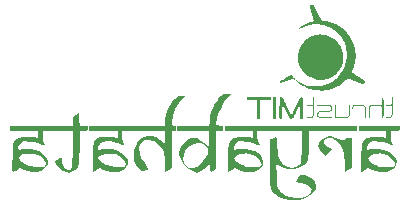
<source format=gbr>
%TF.GenerationSoftware,KiCad,Pcbnew,7.0.7*%
%TF.CreationDate,2024-02-10T01:20:28+05:30*%
%TF.ProjectId,Sensor_Stack,53656e73-6f72-45f5-9374-61636b2e6b69,rev?*%
%TF.SameCoordinates,Original*%
%TF.FileFunction,Legend,Bot*%
%TF.FilePolarity,Positive*%
%FSLAX46Y46*%
G04 Gerber Fmt 4.6, Leading zero omitted, Abs format (unit mm)*
G04 Created by KiCad (PCBNEW 7.0.7) date 2024-02-10 01:20:28*
%MOMM*%
%LPD*%
G01*
G04 APERTURE LIST*
G04 APERTURE END LIST*
%TO.C,G\u002A\u002A\u002A*%
G36*
X136767909Y-77599068D02*
G01*
X137036587Y-77685243D01*
X137271602Y-77766796D01*
X137494774Y-77843710D01*
X137629457Y-77889484D01*
X137714130Y-77897924D01*
X137758672Y-77812958D01*
X137767806Y-77766382D01*
X137853465Y-77709765D01*
X138054021Y-77693590D01*
X138349370Y-77693590D01*
X138349370Y-78983978D01*
X138349370Y-80274365D01*
X138072480Y-80416729D01*
X137795591Y-80559093D01*
X137755838Y-79661662D01*
X137739251Y-79341556D01*
X137707723Y-78990961D01*
X137657333Y-78730255D01*
X137577614Y-78525567D01*
X137458102Y-78343029D01*
X137288330Y-78148773D01*
X137278091Y-78137938D01*
X136963741Y-77871782D01*
X136648004Y-77722227D01*
X136351454Y-77695334D01*
X136094668Y-77797165D01*
X136001844Y-77935820D01*
X136024806Y-78116027D01*
X136156229Y-78305992D01*
X136384036Y-78477329D01*
X136668365Y-78636819D01*
X136408943Y-78919897D01*
X136149521Y-79202975D01*
X135846538Y-78899993D01*
X135697225Y-78737580D01*
X135578011Y-78546547D01*
X135543556Y-78361132D01*
X135565254Y-78219716D01*
X135703945Y-77972750D01*
X135947208Y-77761817D01*
X136267414Y-77615378D01*
X136412189Y-77577821D01*
X136578673Y-77564977D01*
X136767909Y-77599068D01*
G37*
G36*
X141992072Y-80218803D02*
G01*
X141719502Y-80432737D01*
X141339777Y-80582011D01*
X141191002Y-80608225D01*
X140809298Y-80604581D01*
X140406755Y-80524999D01*
X140049064Y-80379773D01*
X139936845Y-80321542D01*
X139766809Y-80258953D01*
X139691666Y-80275131D01*
X139626390Y-80346703D01*
X139479785Y-80447769D01*
X139315124Y-80535676D01*
X139194428Y-80573242D01*
X139184799Y-80546513D01*
X139173374Y-80398763D01*
X139167643Y-80143554D01*
X139168023Y-79805772D01*
X139174609Y-79428765D01*
X139715358Y-79428765D01*
X139715450Y-79432642D01*
X139782311Y-79562408D01*
X139949375Y-79721874D01*
X140181371Y-79885975D01*
X140443027Y-80029645D01*
X140699069Y-80127818D01*
X140869686Y-80163563D01*
X141167518Y-80193631D01*
X141474943Y-80197011D01*
X141740322Y-80173852D01*
X141912015Y-80124304D01*
X141922402Y-80118046D01*
X142026889Y-79991840D01*
X142006000Y-79813749D01*
X141858645Y-79572508D01*
X141805638Y-79508274D01*
X141485760Y-79249942D01*
X141082248Y-79082371D01*
X140633470Y-79022775D01*
X140564933Y-79024067D01*
X140239682Y-79065803D01*
X139969030Y-79156291D01*
X139783936Y-79281842D01*
X139715358Y-79428765D01*
X139174609Y-79428765D01*
X139174931Y-79410305D01*
X139183994Y-79106869D01*
X139208393Y-78651568D01*
X139247985Y-78311788D01*
X139308880Y-78066771D01*
X139397188Y-77895762D01*
X139519018Y-77778006D01*
X139680479Y-77692746D01*
X139741221Y-77670371D01*
X140080614Y-77604678D01*
X140499935Y-77594850D01*
X140952131Y-77642737D01*
X141302858Y-77702639D01*
X141302858Y-77402766D01*
X141302858Y-77102893D01*
X140121463Y-77102893D01*
X138940068Y-77102893D01*
X138940068Y-76881381D01*
X138940068Y-76659869D01*
X140675242Y-76659869D01*
X142410416Y-76659869D01*
X142410416Y-76881381D01*
X142406271Y-76990769D01*
X142368762Y-77068297D01*
X142259779Y-77098053D01*
X142041230Y-77102893D01*
X141672044Y-77102893D01*
X141672044Y-77529487D01*
X141672632Y-77583941D01*
X141707155Y-77909125D01*
X141790331Y-78124959D01*
X141868582Y-78261926D01*
X141850897Y-78326549D01*
X141721917Y-78308040D01*
X141475128Y-78208117D01*
X141354019Y-78159974D01*
X140987456Y-78062721D01*
X140579796Y-78007442D01*
X140525089Y-78003631D01*
X140257921Y-77991331D01*
X140087018Y-78004562D01*
X139968849Y-78051312D01*
X139859883Y-78139572D01*
X139742944Y-78291250D01*
X139678440Y-78520077D01*
X139684678Y-78637454D01*
X139736869Y-78699556D01*
X139881492Y-78675306D01*
X140029908Y-78650888D01*
X140287318Y-78631872D01*
X140576193Y-78627125D01*
X140595246Y-78627450D01*
X141132737Y-78701012D01*
X141589897Y-78897172D01*
X141964148Y-79214838D01*
X142081209Y-79376576D01*
X142181490Y-79671970D01*
X142148923Y-79958963D01*
X142129077Y-79991840D01*
X141992072Y-80218803D01*
G37*
G36*
X126904602Y-80347938D02*
G01*
X126686758Y-80460590D01*
X126672485Y-80467926D01*
X126515453Y-80542549D01*
X126428327Y-80573242D01*
X126416219Y-80558049D01*
X126395809Y-80439201D01*
X126387742Y-80240974D01*
X126384993Y-80141759D01*
X126363521Y-79974727D01*
X126327719Y-79908707D01*
X126305793Y-79916066D01*
X126197253Y-79997352D01*
X126050829Y-80139574D01*
X126018955Y-80172582D01*
X125812425Y-80360008D01*
X125612451Y-80508484D01*
X125572237Y-80533091D01*
X125399950Y-80616953D01*
X125240708Y-80633815D01*
X125047956Y-80580679D01*
X124775140Y-80454545D01*
X124600979Y-80353288D01*
X124249494Y-80054855D01*
X123969044Y-79687243D01*
X123881295Y-79486916D01*
X124104413Y-79486916D01*
X124186142Y-79828025D01*
X124391189Y-80127270D01*
X124405177Y-80140738D01*
X124637206Y-80263464D01*
X124919714Y-80269992D01*
X125226594Y-80168642D01*
X125531739Y-79967729D01*
X125809041Y-79675572D01*
X126030665Y-79358484D01*
X126186024Y-79048862D01*
X126227578Y-78792786D01*
X126157775Y-78571382D01*
X125979068Y-78365774D01*
X125903143Y-78304912D01*
X125582035Y-78156300D01*
X125224402Y-78150025D01*
X124833229Y-78286294D01*
X124531708Y-78493201D01*
X124283938Y-78791424D01*
X124139259Y-79132022D01*
X124104413Y-79486916D01*
X123881295Y-79486916D01*
X123797264Y-79295075D01*
X123761931Y-79042455D01*
X123815180Y-78677618D01*
X123973124Y-78338967D01*
X124213786Y-78050783D01*
X124515188Y-77837343D01*
X124855355Y-77722929D01*
X125212307Y-77731818D01*
X125217285Y-77732970D01*
X125387236Y-77803275D01*
X125621403Y-77936696D01*
X125870663Y-78105361D01*
X126313905Y-78431657D01*
X126313905Y-77767275D01*
X126313905Y-77102893D01*
X124947916Y-77102893D01*
X123581928Y-77102893D01*
X123581928Y-76881381D01*
X123581928Y-76659869D01*
X124938687Y-76659869D01*
X126295445Y-76659869D01*
X126341594Y-76429128D01*
X126372941Y-76227517D01*
X126387742Y-76030801D01*
X126401658Y-75875168D01*
X126485287Y-75536692D01*
X126628155Y-75154967D01*
X126811358Y-74777501D01*
X127015995Y-74451804D01*
X127150647Y-74270992D01*
X127282533Y-74115693D01*
X127395878Y-74035715D01*
X127530023Y-74006060D01*
X127724308Y-74001730D01*
X128101296Y-74001730D01*
X127878131Y-74255901D01*
X127742782Y-74424451D01*
X127488417Y-74816268D01*
X127259650Y-75259599D01*
X127074246Y-75713655D01*
X126949975Y-76137648D01*
X126904602Y-76490789D01*
X126904603Y-76492095D01*
X126923977Y-76600860D01*
X127008839Y-76649006D01*
X127199951Y-76659869D01*
X127263371Y-76660219D01*
X127420434Y-76676205D01*
X127483637Y-76739346D01*
X127495300Y-76881381D01*
X127494834Y-76928946D01*
X127473519Y-77046743D01*
X127389331Y-77094145D01*
X127199951Y-77102893D01*
X126904602Y-77102893D01*
X126904602Y-78725415D01*
X126904602Y-78792786D01*
X126904602Y-80347938D01*
G37*
G36*
X112597474Y-80010724D02*
G01*
X112398022Y-80274038D01*
X112063323Y-80503629D01*
X112000728Y-80531849D01*
X111688673Y-80599030D01*
X111313982Y-80597473D01*
X110929042Y-80530765D01*
X110586244Y-80402493D01*
X110450653Y-80332329D01*
X110272590Y-80244706D01*
X110181479Y-80215369D01*
X110148180Y-80237979D01*
X110143556Y-80306200D01*
X110123976Y-80365721D01*
X110014341Y-80445497D01*
X109931860Y-80471464D01*
X109745835Y-80539712D01*
X109710515Y-80551981D01*
X109668918Y-80547424D01*
X109641859Y-80496301D01*
X109627445Y-80378409D01*
X109623784Y-80173543D01*
X109628983Y-79861499D01*
X109641038Y-79426068D01*
X110161354Y-79426068D01*
X110242906Y-79577262D01*
X110428116Y-79746152D01*
X110692690Y-79912831D01*
X111012335Y-80057392D01*
X111208379Y-80117136D01*
X111542720Y-80177624D01*
X111881147Y-80200560D01*
X112175379Y-80183576D01*
X112377131Y-80124304D01*
X112416784Y-80096385D01*
X112493155Y-79950773D01*
X112457633Y-79762742D01*
X112323924Y-79555487D01*
X112105736Y-79352203D01*
X111816776Y-79176087D01*
X111525274Y-79077186D01*
X111185042Y-79032345D01*
X110842982Y-79042763D01*
X110535172Y-79104323D01*
X110297693Y-79212908D01*
X110166623Y-79364400D01*
X110161354Y-79426068D01*
X109641038Y-79426068D01*
X109641149Y-79422071D01*
X109652243Y-79102210D01*
X109678807Y-78647660D01*
X109719638Y-78308380D01*
X109780735Y-78063810D01*
X109868095Y-77893387D01*
X109987716Y-77776553D01*
X110145595Y-77692746D01*
X110206337Y-77670371D01*
X110545730Y-77604678D01*
X110965051Y-77594850D01*
X111417248Y-77642737D01*
X111767974Y-77702639D01*
X111767974Y-77402766D01*
X111767974Y-77102893D01*
X110586579Y-77102893D01*
X109405184Y-77102893D01*
X109405184Y-76881381D01*
X109405184Y-76659869D01*
X112063323Y-76659869D01*
X114721463Y-76659869D01*
X114721463Y-76293345D01*
X114723332Y-76163370D01*
X114749536Y-75986548D01*
X114831062Y-75865218D01*
X114998352Y-75738365D01*
X115275242Y-75549910D01*
X115296807Y-76104889D01*
X115318372Y-76659869D01*
X115684453Y-76659869D01*
X115862127Y-76662243D01*
X115992297Y-76684517D01*
X116042349Y-76749848D01*
X116050533Y-76881381D01*
X116046387Y-76990769D01*
X116008878Y-77068297D01*
X115899896Y-77098053D01*
X115681347Y-77102893D01*
X115312161Y-77102893D01*
X115312046Y-78487340D01*
X115311465Y-78730836D01*
X115303451Y-79245066D01*
X115281997Y-79639703D01*
X115242023Y-79934711D01*
X115178447Y-80150056D01*
X115086189Y-80305700D01*
X114960167Y-80421610D01*
X114795300Y-80517749D01*
X114759203Y-80535098D01*
X114551270Y-80614045D01*
X114389195Y-80645342D01*
X114217306Y-80619073D01*
X113918450Y-80493614D01*
X113626699Y-80292193D01*
X113392985Y-80045480D01*
X113299985Y-79912892D01*
X113230260Y-79770767D01*
X113253779Y-79663968D01*
X113383496Y-79558718D01*
X113632364Y-79421241D01*
X113773118Y-79355665D01*
X113826981Y-79381482D01*
X113835828Y-79519165D01*
X113870473Y-79868279D01*
X113984838Y-80168716D01*
X114170515Y-80359062D01*
X114418662Y-80425567D01*
X114460844Y-80423268D01*
X114546687Y-80393128D01*
X114611688Y-80314871D01*
X114658629Y-80171913D01*
X114690293Y-79947671D01*
X114709465Y-79625561D01*
X114718927Y-79189002D01*
X114721463Y-78621410D01*
X114721463Y-77102893D01*
X113466230Y-77102893D01*
X112210998Y-77102893D01*
X112210998Y-77546918D01*
X112219299Y-77746428D01*
X112251806Y-77984336D01*
X112300499Y-78134257D01*
X112355014Y-78245089D01*
X112331791Y-78314239D01*
X112196922Y-78299911D01*
X111944559Y-78203238D01*
X111766252Y-78138938D01*
X111421916Y-78056017D01*
X111066521Y-78008968D01*
X110817362Y-77996092D01*
X110616674Y-78005124D01*
X110475501Y-78048405D01*
X110346608Y-78134151D01*
X110206476Y-78285133D01*
X110143556Y-78514505D01*
X110143965Y-78571565D01*
X110162751Y-78680149D01*
X110240800Y-78706526D01*
X110420445Y-78675279D01*
X110567185Y-78648416D01*
X111112826Y-78623007D01*
X111621995Y-78713491D01*
X112069278Y-78913043D01*
X112429264Y-79214838D01*
X112577577Y-79428907D01*
X112658413Y-79725182D01*
X112610268Y-79950773D01*
X112597474Y-80010724D01*
G37*
G36*
X119397894Y-79920214D02*
G01*
X119250773Y-80184193D01*
X118988274Y-80405619D01*
X118626003Y-80565532D01*
X118490583Y-80596157D01*
X118101007Y-80608756D01*
X117680717Y-80537632D01*
X117288616Y-80390496D01*
X117072607Y-80291015D01*
X116947022Y-80265383D01*
X116882511Y-80308247D01*
X116868336Y-80328132D01*
X116747386Y-80433435D01*
X116587249Y-80530572D01*
X116461491Y-80573242D01*
X116453945Y-80554967D01*
X116440410Y-80420510D01*
X116429555Y-80176751D01*
X116422338Y-79849187D01*
X116419719Y-79463312D01*
X116419772Y-79406092D01*
X116420117Y-79383299D01*
X116878423Y-79383299D01*
X116926028Y-79507209D01*
X117078220Y-79666285D01*
X117308495Y-79837180D01*
X117590348Y-79996547D01*
X117682088Y-80035747D01*
X117971012Y-80118266D01*
X118302866Y-80172809D01*
X118631681Y-80195352D01*
X118911488Y-80181873D01*
X119096318Y-80128349D01*
X119174166Y-80045549D01*
X119225533Y-79876711D01*
X119201834Y-79779250D01*
X119076065Y-79589583D01*
X118873164Y-79390905D01*
X118628586Y-79215825D01*
X118377781Y-79096952D01*
X118140714Y-79047119D01*
X117824457Y-79036610D01*
X117502174Y-79070827D01*
X117212053Y-79142759D01*
X116992284Y-79245395D01*
X116881055Y-79371724D01*
X116878423Y-79383299D01*
X116420117Y-79383299D01*
X116427562Y-78891018D01*
X116452043Y-78499280D01*
X116498206Y-78209079D01*
X116571045Y-77998613D01*
X116675550Y-77846083D01*
X116816715Y-77729687D01*
X117013633Y-77650365D01*
X117339094Y-77601624D01*
X117737787Y-77599127D01*
X118173352Y-77645141D01*
X118560998Y-77707448D01*
X118560998Y-77405170D01*
X118560998Y-77102893D01*
X117342684Y-77102893D01*
X116124370Y-77102893D01*
X116124370Y-76881381D01*
X116124370Y-76659869D01*
X119336288Y-76659869D01*
X122548207Y-76659869D01*
X122548207Y-76377922D01*
X122554980Y-76228208D01*
X122644451Y-75753457D01*
X122820714Y-75259307D01*
X123061942Y-74799130D01*
X123346311Y-74426294D01*
X123379058Y-74392528D01*
X123555319Y-74237231D01*
X123719432Y-74166304D01*
X123936023Y-74149404D01*
X124260148Y-74149404D01*
X123930212Y-74516372D01*
X123732142Y-74760290D01*
X123416001Y-75291435D01*
X123214023Y-75856292D01*
X123140710Y-76419898D01*
X123146370Y-76546015D01*
X123195545Y-76638787D01*
X123323498Y-76659869D01*
X123403770Y-76665159D01*
X123488223Y-76723073D01*
X123508091Y-76881381D01*
X123503682Y-76977708D01*
X123455421Y-77079052D01*
X123323498Y-77102893D01*
X123138905Y-77102893D01*
X123138905Y-78688892D01*
X123138905Y-80274891D01*
X122849868Y-80422347D01*
X122560830Y-80569803D01*
X122536059Y-79735119D01*
X122533109Y-79639149D01*
X122518482Y-79295657D01*
X122495853Y-79055466D01*
X122457987Y-78882405D01*
X122397650Y-78740304D01*
X122307606Y-78592992D01*
X122287243Y-78562927D01*
X121966435Y-78212071D01*
X121576851Y-77970888D01*
X121148242Y-77858233D01*
X121074577Y-77851724D01*
X120870687Y-77850808D01*
X120734254Y-77900632D01*
X120604045Y-78019322D01*
X120444130Y-78261014D01*
X120359688Y-78613625D01*
X120395988Y-79010395D01*
X120550768Y-79432207D01*
X120821767Y-79859946D01*
X120903579Y-79966312D01*
X121036413Y-80149911D01*
X121092689Y-80261953D01*
X121083802Y-80332921D01*
X121021147Y-80393294D01*
X120978957Y-80424475D01*
X120768792Y-80534536D01*
X120590031Y-80520584D01*
X120399811Y-80381830D01*
X120122126Y-80028875D01*
X119953042Y-79621325D01*
X119891805Y-79188996D01*
X119932954Y-78757211D01*
X120071029Y-78351295D01*
X120300568Y-77996571D01*
X120616112Y-77718362D01*
X121012198Y-77541992D01*
X121094229Y-77522578D01*
X121450359Y-77509616D01*
X121796680Y-77625293D01*
X122157179Y-77876617D01*
X122280142Y-77978843D01*
X122428696Y-78092438D01*
X122504567Y-78136614D01*
X122506300Y-78136208D01*
X122527479Y-78059123D01*
X122542499Y-77874520D01*
X122548207Y-77619753D01*
X122548207Y-77102893D01*
X120739195Y-77102893D01*
X118930184Y-77102893D01*
X118930184Y-77546918D01*
X118938485Y-77746428D01*
X118970992Y-77984336D01*
X119019685Y-78134257D01*
X119036790Y-78162576D01*
X119079440Y-78273336D01*
X119027884Y-78311261D01*
X118870100Y-78277444D01*
X118594068Y-78172980D01*
X118391655Y-78099262D01*
X117977183Y-78003467D01*
X117592977Y-77983316D01*
X117271192Y-78038866D01*
X117043979Y-78170176D01*
X117037528Y-78176746D01*
X116913863Y-78358000D01*
X116862742Y-78540235D01*
X116864077Y-78604575D01*
X116890229Y-78684964D01*
X116981047Y-78702072D01*
X117176550Y-78672806D01*
X117513852Y-78631856D01*
X118011186Y-78638739D01*
X118444029Y-78725245D01*
X118599167Y-78792343D01*
X118865898Y-78964195D01*
X119116079Y-79182260D01*
X119310523Y-79410525D01*
X119410042Y-79612979D01*
X119414032Y-79632643D01*
X119400335Y-79876711D01*
X119397894Y-79920214D01*
G37*
G36*
X130710538Y-80207538D02*
G01*
X130456469Y-80412656D01*
X130095950Y-80550564D01*
X129634024Y-80601987D01*
X129599720Y-80602000D01*
X129289677Y-80584765D01*
X129043496Y-80523235D01*
X128786335Y-80399535D01*
X128638668Y-80323508D01*
X128468991Y-80261611D01*
X128394573Y-80275131D01*
X128329297Y-80346703D01*
X128182692Y-80447769D01*
X128018031Y-80535676D01*
X127897335Y-80573242D01*
X127887706Y-80546513D01*
X127876281Y-80398763D01*
X127870550Y-80143554D01*
X127870930Y-79805772D01*
X127877516Y-79428765D01*
X128418265Y-79428765D01*
X128418357Y-79432642D01*
X128485218Y-79562408D01*
X128652282Y-79721874D01*
X128884278Y-79885975D01*
X129145934Y-80029645D01*
X129401975Y-80127818D01*
X129572593Y-80163563D01*
X129870425Y-80193631D01*
X130177850Y-80197011D01*
X130443229Y-80173852D01*
X130614922Y-80124304D01*
X130625309Y-80118046D01*
X130729796Y-79991840D01*
X130708907Y-79813749D01*
X130561552Y-79572508D01*
X130508545Y-79508274D01*
X130188667Y-79249942D01*
X129785155Y-79082371D01*
X129336377Y-79022775D01*
X129267840Y-79024067D01*
X128942588Y-79065803D01*
X128671937Y-79156291D01*
X128486843Y-79281842D01*
X128418265Y-79428765D01*
X127877516Y-79428765D01*
X127877838Y-79410305D01*
X127886901Y-79106869D01*
X127911300Y-78651568D01*
X127950892Y-78311788D01*
X128011787Y-78066771D01*
X128100095Y-77895762D01*
X128221925Y-77778006D01*
X128383386Y-77692746D01*
X128444128Y-77670371D01*
X128783521Y-77604678D01*
X129202842Y-77594850D01*
X129655038Y-77642737D01*
X130005765Y-77702639D01*
X130005765Y-77402766D01*
X130005765Y-77102893D01*
X128824370Y-77102893D01*
X127642974Y-77102893D01*
X127642974Y-76881381D01*
X127642974Y-76659869D01*
X133217684Y-76659869D01*
X138792393Y-76659869D01*
X138792393Y-76881381D01*
X138792393Y-77102893D01*
X136761870Y-77102893D01*
X134731347Y-77102893D01*
X134731347Y-78251036D01*
X134729770Y-78601796D01*
X134718695Y-79011595D01*
X134691477Y-79316813D01*
X134641714Y-79543060D01*
X134563003Y-79715948D01*
X134448943Y-79861086D01*
X134293131Y-80004087D01*
X134186809Y-80080674D01*
X133838637Y-80230684D01*
X133424528Y-80307424D01*
X132990463Y-80309170D01*
X132582424Y-80234200D01*
X132246392Y-80080791D01*
X131987866Y-79905350D01*
X132012077Y-80891416D01*
X132013276Y-80939965D01*
X132024505Y-81327156D01*
X132039398Y-81600170D01*
X132063632Y-81789297D01*
X132102886Y-81924830D01*
X132162835Y-82037058D01*
X132249159Y-82156272D01*
X132484162Y-82391721D01*
X132829105Y-82598398D01*
X133223384Y-82731633D01*
X133638090Y-82790330D01*
X134044315Y-82773390D01*
X134413153Y-82679717D01*
X134715694Y-82508213D01*
X134923033Y-82257781D01*
X134935361Y-82232294D01*
X134962912Y-82023974D01*
X134846046Y-81841738D01*
X134584389Y-81685235D01*
X134177568Y-81554111D01*
X134149486Y-81547157D01*
X133898471Y-81483914D01*
X133714872Y-81435768D01*
X133636717Y-81412665D01*
X133641821Y-81386971D01*
X133704538Y-81269242D01*
X133816416Y-81091205D01*
X133899983Y-80968825D01*
X134008307Y-80849138D01*
X134119694Y-80812499D01*
X134283430Y-80831499D01*
X134432263Y-80866014D01*
X134781112Y-81010372D01*
X135063815Y-81216877D01*
X135260583Y-81463395D01*
X135351629Y-81727790D01*
X135317166Y-81987926D01*
X135171795Y-82245854D01*
X134859260Y-82557060D01*
X134436754Y-82791736D01*
X133919137Y-82939765D01*
X133687196Y-82970271D01*
X133161001Y-82964918D01*
X132648495Y-82867274D01*
X132189575Y-82686980D01*
X131824142Y-82433672D01*
X131822192Y-82431841D01*
X131704579Y-82314456D01*
X131611626Y-82196037D01*
X131540442Y-82058254D01*
X131488138Y-81882778D01*
X131451824Y-81651280D01*
X131428611Y-81345432D01*
X131415607Y-80946904D01*
X131409924Y-80437368D01*
X131408672Y-79798495D01*
X131408672Y-77837610D01*
X131574806Y-77775460D01*
X131606374Y-77763579D01*
X131816696Y-77684486D01*
X131952354Y-77652174D01*
X132029591Y-77686794D01*
X132064651Y-77808494D01*
X132073775Y-78037425D01*
X132073207Y-78393735D01*
X132080644Y-78779524D01*
X132113858Y-79123457D01*
X132183051Y-79387962D01*
X132298252Y-79609223D01*
X132469489Y-79823426D01*
X132627048Y-79966952D01*
X132945471Y-80139562D01*
X133288451Y-80210527D01*
X133618108Y-80174470D01*
X133896561Y-80026012D01*
X134103730Y-79847968D01*
X134126756Y-78475430D01*
X134149781Y-77102893D01*
X132262366Y-77102893D01*
X130374951Y-77102893D01*
X130374951Y-77529487D01*
X130375539Y-77583941D01*
X130410062Y-77909125D01*
X130493238Y-78124959D01*
X130571489Y-78261926D01*
X130553804Y-78326549D01*
X130424824Y-78308040D01*
X130178035Y-78208117D01*
X130056926Y-78159974D01*
X129690363Y-78062721D01*
X129282703Y-78007442D01*
X129227996Y-78003631D01*
X128960828Y-77991331D01*
X128789925Y-78004562D01*
X128671756Y-78051312D01*
X128562790Y-78139572D01*
X128445851Y-78291250D01*
X128381347Y-78520077D01*
X128387585Y-78637454D01*
X128439776Y-78699556D01*
X128584399Y-78675306D01*
X128633288Y-78663294D01*
X128991760Y-78621831D01*
X129399440Y-78633569D01*
X129792353Y-78693424D01*
X130106524Y-78796309D01*
X130207600Y-78848391D01*
X130561437Y-79100448D01*
X130783606Y-79381665D01*
X130879150Y-79672769D01*
X130853113Y-79954485D01*
X130832066Y-79991840D01*
X130710538Y-80207538D01*
G37*
G36*
X131983174Y-75155909D02*
G01*
X131983166Y-75193788D01*
X131982953Y-75349940D01*
X131982469Y-75497033D01*
X131981742Y-75632634D01*
X131980796Y-75754310D01*
X131979656Y-75859627D01*
X131978347Y-75946153D01*
X131976896Y-76011456D01*
X131975328Y-76053100D01*
X131973667Y-76068655D01*
X131970677Y-76070156D01*
X131945245Y-76074242D01*
X131901011Y-76077092D01*
X131845312Y-76078163D01*
X131726465Y-76078163D01*
X131726465Y-75165417D01*
X131726465Y-74252672D01*
X131854820Y-74252672D01*
X131983174Y-74252672D01*
X131983174Y-75155909D01*
G37*
G36*
X130121825Y-74252273D02*
G01*
X130290942Y-74252529D01*
X130486662Y-74252672D01*
X131484017Y-74252672D01*
X131484017Y-74388157D01*
X131484017Y-74523643D01*
X131059019Y-74523643D01*
X131005268Y-74523693D01*
X130883048Y-74524320D01*
X130786535Y-74525728D01*
X130713698Y-74527998D01*
X130662503Y-74531207D01*
X130630917Y-74535433D01*
X130616908Y-74540757D01*
X130613109Y-74551087D01*
X130609686Y-74576679D01*
X130606839Y-74619001D01*
X130604532Y-74679737D01*
X130602728Y-74760572D01*
X130601389Y-74863191D01*
X130600478Y-74989278D01*
X130599959Y-75140517D01*
X130599794Y-75318594D01*
X130599794Y-76079316D01*
X130482136Y-76075174D01*
X130364477Y-76071032D01*
X130357036Y-75300903D01*
X130356260Y-75222353D01*
X130354781Y-75081382D01*
X130353298Y-74950632D01*
X130351847Y-74832720D01*
X130350464Y-74730258D01*
X130349186Y-74645862D01*
X130348048Y-74582146D01*
X130347088Y-74541723D01*
X130346340Y-74527208D01*
X130344307Y-74526886D01*
X130320600Y-74526017D01*
X130273135Y-74525240D01*
X130205437Y-74524585D01*
X130121030Y-74524081D01*
X130023442Y-74523757D01*
X129916196Y-74523643D01*
X129842868Y-74523735D01*
X129733778Y-74523982D01*
X129648590Y-74523577D01*
X129584357Y-74521630D01*
X129538135Y-74517250D01*
X129506975Y-74509546D01*
X129487932Y-74497629D01*
X129478060Y-74480607D01*
X129474411Y-74457591D01*
X129474040Y-74427690D01*
X129474000Y-74390014D01*
X129473751Y-74382483D01*
X129471757Y-74357011D01*
X129469521Y-74335068D01*
X129468961Y-74316392D01*
X129471995Y-74300725D01*
X129480540Y-74287805D01*
X129496513Y-74277373D01*
X129521832Y-74269169D01*
X129558415Y-74262933D01*
X129608179Y-74258404D01*
X129673041Y-74255323D01*
X129754920Y-74253429D01*
X129855731Y-74252463D01*
X129977394Y-74252164D01*
X130121825Y-74252273D01*
G37*
G36*
X139042692Y-74883512D02*
G01*
X139100932Y-74884874D01*
X139194839Y-74888036D01*
X139266902Y-74892658D01*
X139321533Y-74899668D01*
X139363144Y-74909997D01*
X139396145Y-74924575D01*
X139424948Y-74944331D01*
X139453964Y-74970194D01*
X139459929Y-74975901D01*
X139485861Y-75001594D01*
X139506654Y-75025891D01*
X139522877Y-75052116D01*
X139535097Y-75083594D01*
X139543881Y-75123648D01*
X139549796Y-75175604D01*
X139553410Y-75242786D01*
X139555289Y-75328518D01*
X139556000Y-75436124D01*
X139556111Y-75568929D01*
X139556039Y-75624177D01*
X139555473Y-75730294D01*
X139554407Y-75825419D01*
X139552915Y-75906045D01*
X139551068Y-75968666D01*
X139548940Y-76009777D01*
X139546603Y-76025870D01*
X139543716Y-76028563D01*
X139526025Y-76034224D01*
X139499064Y-76021436D01*
X139498451Y-76021020D01*
X139492464Y-76012802D01*
X139487532Y-75995790D01*
X139483485Y-75967167D01*
X139480153Y-75924114D01*
X139477363Y-75863812D01*
X139474945Y-75783443D01*
X139472728Y-75680188D01*
X139470541Y-75551229D01*
X139463410Y-75094528D01*
X139409716Y-75040837D01*
X139356022Y-74987147D01*
X138992598Y-74982895D01*
X138977303Y-74982720D01*
X138865271Y-74981720D01*
X138777741Y-74981658D01*
X138711133Y-74982689D01*
X138661866Y-74984970D01*
X138626359Y-74988658D01*
X138601032Y-74993911D01*
X138582304Y-75000885D01*
X138569408Y-75008247D01*
X138530846Y-75041808D01*
X138494887Y-75086660D01*
X138468327Y-75133413D01*
X138457964Y-75172677D01*
X138453988Y-75195779D01*
X138437443Y-75230434D01*
X138427526Y-75242957D01*
X138412733Y-75249968D01*
X138393144Y-75234702D01*
X138379544Y-75211176D01*
X138376651Y-75165778D01*
X138389812Y-75110694D01*
X138416700Y-75052030D01*
X138454985Y-74995893D01*
X138502339Y-74948388D01*
X138530848Y-74929382D01*
X138574138Y-74911067D01*
X138630027Y-74897526D01*
X138701672Y-74888378D01*
X138792227Y-74883246D01*
X138904848Y-74881750D01*
X139042692Y-74883512D01*
G37*
G36*
X135149692Y-74241799D02*
G01*
X135169128Y-74260969D01*
X135169677Y-74263890D01*
X135171300Y-74290794D01*
X135172785Y-74342560D01*
X135174103Y-74416424D01*
X135175224Y-74509620D01*
X135176119Y-74619381D01*
X135176760Y-74742942D01*
X135177116Y-74877538D01*
X135177158Y-75020402D01*
X135176889Y-75177965D01*
X135176259Y-75330105D01*
X135175235Y-75457401D01*
X135173772Y-75561798D01*
X135171823Y-75645246D01*
X135169341Y-75709691D01*
X135166280Y-75757079D01*
X135162591Y-75789359D01*
X135158230Y-75808478D01*
X135121314Y-75881806D01*
X135060469Y-75952003D01*
X134985426Y-76001812D01*
X134982324Y-76003246D01*
X134941653Y-76019354D01*
X134899772Y-76029088D01*
X134847601Y-76033900D01*
X134776059Y-76035239D01*
X134757563Y-76035223D01*
X134686816Y-76033981D01*
X134639314Y-76030051D01*
X134610734Y-76022411D01*
X134596756Y-76010038D01*
X134593056Y-75991909D01*
X134593905Y-75979351D01*
X134600369Y-75965556D01*
X134617116Y-75956131D01*
X134648702Y-75949806D01*
X134699687Y-75945314D01*
X134774628Y-75941385D01*
X134824824Y-75938749D01*
X134881901Y-75933866D01*
X134922260Y-75926635D01*
X134953018Y-75915609D01*
X134981289Y-75899339D01*
X134996145Y-75889406D01*
X135022020Y-75870073D01*
X135042320Y-75849306D01*
X135057721Y-75823718D01*
X135068898Y-75789924D01*
X135076527Y-75744537D01*
X135081284Y-75684171D01*
X135083845Y-75605441D01*
X135084887Y-75504960D01*
X135085083Y-75379342D01*
X135085083Y-74987147D01*
X134851289Y-74980016D01*
X134770115Y-74977251D01*
X134703820Y-74973991D01*
X134658058Y-74970002D01*
X134628635Y-74964749D01*
X134611357Y-74957699D01*
X134602030Y-74948320D01*
X134595173Y-74933397D01*
X134600508Y-74910444D01*
X134608226Y-74907526D01*
X134640985Y-74902308D01*
X134693993Y-74897164D01*
X134762045Y-74892561D01*
X134839938Y-74888964D01*
X134886790Y-74887098D01*
X134959413Y-74883486D01*
X135019084Y-74879614D01*
X135060615Y-74875838D01*
X135078821Y-74872517D01*
X135079260Y-74872107D01*
X135083457Y-74853128D01*
X135087026Y-74809914D01*
X135089792Y-74746367D01*
X135091579Y-74666390D01*
X135092214Y-74573884D01*
X135092231Y-74555792D01*
X135092797Y-74467868D01*
X135094074Y-74389742D01*
X135095932Y-74326097D01*
X135098240Y-74281612D01*
X135100871Y-74260969D01*
X135101902Y-74258564D01*
X135122572Y-74240997D01*
X135149692Y-74241799D01*
G37*
G36*
X141795621Y-74241799D02*
G01*
X141815057Y-74260969D01*
X141815551Y-74263441D01*
X141817203Y-74289444D01*
X141818739Y-74340390D01*
X141820126Y-74413501D01*
X141821332Y-74505999D01*
X141822326Y-74615106D01*
X141823076Y-74738043D01*
X141823549Y-74872033D01*
X141823713Y-75014296D01*
X141823673Y-75177154D01*
X141823397Y-75324417D01*
X141822650Y-75447967D01*
X141821201Y-75550282D01*
X141818816Y-75633836D01*
X141815261Y-75701105D01*
X141810305Y-75754566D01*
X141803713Y-75796694D01*
X141795253Y-75829966D01*
X141784691Y-75856856D01*
X141771795Y-75879841D01*
X141756331Y-75901397D01*
X141738067Y-75924000D01*
X141728563Y-75934667D01*
X141683533Y-75974250D01*
X141635068Y-76005194D01*
X141616228Y-76013827D01*
X141583024Y-76024715D01*
X141542924Y-76031281D01*
X141488729Y-76034505D01*
X141413243Y-76035367D01*
X141354199Y-76035013D01*
X141301898Y-76033190D01*
X141269273Y-76029205D01*
X141251412Y-76022382D01*
X141243399Y-76012047D01*
X141239549Y-76000133D01*
X141239509Y-75976670D01*
X141255190Y-75959799D01*
X141289785Y-75948201D01*
X141346487Y-75940557D01*
X141428489Y-75935546D01*
X141494966Y-75931799D01*
X141563500Y-75923703D01*
X141613304Y-75909720D01*
X141649971Y-75887249D01*
X141679098Y-75853690D01*
X141706281Y-75806441D01*
X141713043Y-75792865D01*
X141721244Y-75773520D01*
X141727394Y-75751936D01*
X141731736Y-75724359D01*
X141734511Y-75687035D01*
X141735962Y-75636207D01*
X141736334Y-75568123D01*
X141735867Y-75479027D01*
X141734804Y-75365165D01*
X141731013Y-74987147D01*
X141497218Y-74980016D01*
X141416045Y-74977251D01*
X141349750Y-74973991D01*
X141303987Y-74970002D01*
X141274564Y-74964749D01*
X141257287Y-74957699D01*
X141247959Y-74948320D01*
X141244447Y-74942356D01*
X141238461Y-74922604D01*
X141246929Y-74907971D01*
X141272660Y-74897702D01*
X141318459Y-74891042D01*
X141387135Y-74887237D01*
X141481495Y-74885531D01*
X141515367Y-74885143D01*
X141588543Y-74883562D01*
X141650157Y-74881227D01*
X141694555Y-74878385D01*
X141716085Y-74875283D01*
X141720870Y-74872283D01*
X141727244Y-74861268D01*
X141731869Y-74839622D01*
X141735009Y-74803767D01*
X141736926Y-74750126D01*
X141737883Y-74675121D01*
X141738144Y-74575173D01*
X141738162Y-74555969D01*
X141738735Y-74467935D01*
X141740014Y-74389750D01*
X141741870Y-74326081D01*
X141744175Y-74281598D01*
X141746800Y-74260969D01*
X141747832Y-74258564D01*
X141768501Y-74240997D01*
X141795621Y-74241799D01*
G37*
G36*
X138166060Y-74897074D02*
G01*
X138188631Y-74910870D01*
X138189083Y-74911859D01*
X138192217Y-74934304D01*
X138195045Y-74980914D01*
X138197453Y-75047861D01*
X138199329Y-75131319D01*
X138200561Y-75227460D01*
X138201036Y-75332457D01*
X138201046Y-75384430D01*
X138200829Y-75493002D01*
X138200086Y-75578355D01*
X138198587Y-75644253D01*
X138196105Y-75694461D01*
X138192409Y-75732743D01*
X138187270Y-75762863D01*
X138180460Y-75788584D01*
X138171749Y-75813672D01*
X138137189Y-75883912D01*
X138075107Y-75957015D01*
X137994777Y-76008693D01*
X137978914Y-76015129D01*
X137958254Y-76021024D01*
X137931569Y-76025627D01*
X137895646Y-76029098D01*
X137847270Y-76031596D01*
X137783228Y-76033282D01*
X137700305Y-76034315D01*
X137595287Y-76034856D01*
X137464960Y-76035065D01*
X137356079Y-76035010D01*
X137243778Y-76034514D01*
X137155235Y-76033446D01*
X137087805Y-76031701D01*
X137038844Y-76029176D01*
X137005707Y-76025767D01*
X136985749Y-76021371D01*
X136976327Y-76015883D01*
X136971920Y-76001107D01*
X136968369Y-75966665D01*
X136965746Y-75911185D01*
X136964020Y-75833171D01*
X136963156Y-75731130D01*
X136963121Y-75603565D01*
X136963885Y-75448983D01*
X136964407Y-75373467D01*
X136965373Y-75247947D01*
X136966411Y-75146917D01*
X136967680Y-75067722D01*
X136969334Y-75007704D01*
X136971532Y-74964208D01*
X136974430Y-74934577D01*
X136978183Y-74916155D01*
X136982949Y-74906285D01*
X136988884Y-74902311D01*
X136996145Y-74901577D01*
X136996235Y-74901577D01*
X137003797Y-74902385D01*
X137009912Y-74906652D01*
X137014762Y-74917164D01*
X137018525Y-74936704D01*
X137021384Y-74968057D01*
X137023519Y-75014009D01*
X137025109Y-75077345D01*
X137026336Y-75160848D01*
X137027379Y-75267305D01*
X137028421Y-75399499D01*
X137028462Y-75404885D01*
X137030061Y-75558154D01*
X137032294Y-75683480D01*
X137035183Y-75781420D01*
X137038749Y-75852530D01*
X137043012Y-75897366D01*
X137047994Y-75916484D01*
X137049262Y-75917477D01*
X137072129Y-75922688D01*
X137118507Y-75927109D01*
X137184141Y-75930726D01*
X137264775Y-75933525D01*
X137356153Y-75935491D01*
X137454021Y-75936610D01*
X137554121Y-75936868D01*
X137652200Y-75936252D01*
X137744000Y-75934745D01*
X137825267Y-75932336D01*
X137891744Y-75929008D01*
X137939177Y-75924748D01*
X137963309Y-75919542D01*
X137974838Y-75913067D01*
X138021660Y-75877871D01*
X138064233Y-75834326D01*
X138091899Y-75792930D01*
X138094872Y-75782050D01*
X138100030Y-75740873D01*
X138104741Y-75673522D01*
X138108928Y-75581514D01*
X138112514Y-75466369D01*
X138115421Y-75329604D01*
X138117496Y-75213994D01*
X138119546Y-75116335D01*
X138121680Y-75041308D01*
X138124135Y-74985885D01*
X138127153Y-74947035D01*
X138130972Y-74921730D01*
X138135831Y-74906940D01*
X138141970Y-74899635D01*
X138149629Y-74896786D01*
X138166060Y-74897074D01*
G37*
G36*
X135934260Y-68956132D02*
G01*
X136158743Y-68994358D01*
X136378082Y-69059359D01*
X136589688Y-69151033D01*
X136717737Y-69222401D01*
X136903543Y-69350916D01*
X137073241Y-69499534D01*
X137224518Y-69665610D01*
X137355057Y-69846497D01*
X137462545Y-70039553D01*
X137544666Y-70242131D01*
X137560705Y-70292442D01*
X137611007Y-70496946D01*
X137637292Y-70704432D01*
X137640642Y-70922576D01*
X137637262Y-70998725D01*
X137627127Y-71121461D01*
X137610300Y-71232763D01*
X137584950Y-71343494D01*
X137549244Y-71464519D01*
X137534845Y-71506082D01*
X137498046Y-71597207D01*
X137452594Y-71696630D01*
X137402842Y-71795489D01*
X137353140Y-71884924D01*
X137307841Y-71956073D01*
X137289207Y-71980553D01*
X137251864Y-72025073D01*
X137204434Y-72078482D01*
X137150551Y-72137009D01*
X137093847Y-72196882D01*
X137037959Y-72254327D01*
X136986518Y-72305574D01*
X136943159Y-72346849D01*
X136911517Y-72374380D01*
X136895225Y-72384395D01*
X136882816Y-72388140D01*
X136859926Y-72406671D01*
X136833036Y-72432379D01*
X136777975Y-72471903D01*
X136704599Y-72516081D01*
X136617803Y-72562336D01*
X136522481Y-72608091D01*
X136423531Y-72650768D01*
X136325847Y-72687792D01*
X136322403Y-72688993D01*
X136253226Y-72711675D01*
X136186855Y-72729949D01*
X136115485Y-72745530D01*
X136031309Y-72760130D01*
X135926521Y-72775465D01*
X135923895Y-72775806D01*
X135878909Y-72778579D01*
X135813063Y-72779230D01*
X135733328Y-72778031D01*
X135646676Y-72775254D01*
X135560078Y-72771170D01*
X135480504Y-72766050D01*
X135414926Y-72760167D01*
X135370316Y-72753792D01*
X135286049Y-72734439D01*
X135074810Y-72668101D01*
X134870781Y-72579009D01*
X134679746Y-72469914D01*
X134507487Y-72343564D01*
X134505187Y-72341640D01*
X134465971Y-72306943D01*
X134418581Y-72262415D01*
X134367148Y-72212258D01*
X134315799Y-72160677D01*
X134268662Y-72111875D01*
X134229868Y-72070056D01*
X134203543Y-72039425D01*
X134193818Y-72024184D01*
X134191605Y-72018376D01*
X134176856Y-71992534D01*
X134151319Y-71952132D01*
X134118586Y-71902960D01*
X134089182Y-71858203D01*
X133984905Y-71667817D01*
X133904144Y-71464100D01*
X133847602Y-71250271D01*
X133815980Y-71029548D01*
X133809978Y-70805150D01*
X133830300Y-70580297D01*
X133832339Y-70567124D01*
X133847506Y-70483543D01*
X133866109Y-70399086D01*
X133886292Y-70321032D01*
X133906196Y-70256661D01*
X133923964Y-70213253D01*
X133930810Y-70197888D01*
X133937021Y-70172566D01*
X133938492Y-70165838D01*
X133950350Y-70135946D01*
X133971652Y-70089664D01*
X133999451Y-70032830D01*
X134030798Y-69971285D01*
X134062747Y-69910867D01*
X134092348Y-69857416D01*
X134116654Y-69816770D01*
X134147192Y-69770789D01*
X134280930Y-69600260D01*
X134436709Y-69443665D01*
X134610852Y-69304043D01*
X134799679Y-69184429D01*
X134999514Y-69087860D01*
X135036638Y-69073032D01*
X135255821Y-69003131D01*
X135480211Y-68960415D01*
X135707220Y-68944783D01*
X135934260Y-68956132D01*
G37*
G36*
X136114661Y-74894936D02*
G01*
X136233511Y-74895617D01*
X136329789Y-74897303D01*
X136406513Y-74900499D01*
X136466703Y-74905707D01*
X136513376Y-74913431D01*
X136549549Y-74924176D01*
X136578241Y-74938446D01*
X136602471Y-74956743D01*
X136625255Y-74979572D01*
X136649613Y-75007437D01*
X136655157Y-75014073D01*
X136702355Y-75092037D01*
X136722509Y-75174301D01*
X136715856Y-75257244D01*
X136682634Y-75337243D01*
X136623082Y-75410674D01*
X136610894Y-75421993D01*
X136582575Y-75445208D01*
X136552754Y-75463104D01*
X136517572Y-75476344D01*
X136473170Y-75485588D01*
X136415689Y-75491499D01*
X136341271Y-75494737D01*
X136246055Y-75495963D01*
X136126184Y-75495840D01*
X136069736Y-75495789D01*
X135971519Y-75496603D01*
X135881540Y-75498448D01*
X135804869Y-75501169D01*
X135746577Y-75504608D01*
X135711734Y-75508609D01*
X135679557Y-75516759D01*
X135608747Y-75550239D01*
X135555495Y-75598459D01*
X135521796Y-75656986D01*
X135509647Y-75721385D01*
X135521044Y-75787224D01*
X135557984Y-75850069D01*
X135573115Y-75867819D01*
X135591845Y-75887447D01*
X135611960Y-75903190D01*
X135636474Y-75915496D01*
X135668403Y-75924811D01*
X135710762Y-75931582D01*
X135766568Y-75936256D01*
X135838835Y-75939280D01*
X135930578Y-75941100D01*
X136044814Y-75942164D01*
X136184557Y-75942918D01*
X136285489Y-75943617D01*
X136395282Y-75944877D01*
X136493382Y-75946539D01*
X136576425Y-75948520D01*
X136641043Y-75950738D01*
X136683871Y-75953110D01*
X136701542Y-75955555D01*
X136709534Y-75962236D01*
X136716966Y-75988767D01*
X136700928Y-76018264D01*
X136700703Y-76018477D01*
X136686985Y-76023348D01*
X136656495Y-76027285D01*
X136607275Y-76030355D01*
X136537368Y-76032621D01*
X136444815Y-76034147D01*
X136327660Y-76034999D01*
X136183944Y-76035239D01*
X136164508Y-76035233D01*
X136035464Y-76035138D01*
X135931326Y-76034818D01*
X135848905Y-76034084D01*
X135785012Y-76032749D01*
X135736459Y-76030625D01*
X135700056Y-76027526D01*
X135672616Y-76023264D01*
X135650949Y-76017651D01*
X135631867Y-76010500D01*
X135612182Y-76001622D01*
X135559338Y-75971721D01*
X135492695Y-75912142D01*
X135447908Y-75841856D01*
X135424839Y-75765167D01*
X135423347Y-75686380D01*
X135443296Y-75609801D01*
X135484545Y-75539733D01*
X135546957Y-75480483D01*
X135630392Y-75436354D01*
X135652393Y-75428719D01*
X135679010Y-75421671D01*
X135710385Y-75416401D01*
X135750480Y-75412655D01*
X135803254Y-75410181D01*
X135872669Y-75408726D01*
X135962684Y-75408038D01*
X136077261Y-75407865D01*
X136108079Y-75407846D01*
X136224414Y-75407277D01*
X136315932Y-75405817D01*
X136385635Y-75403323D01*
X136436526Y-75399655D01*
X136471607Y-75394671D01*
X136493880Y-75388229D01*
X136524432Y-75372680D01*
X136581022Y-75325165D01*
X136616571Y-75266222D01*
X136630463Y-75201182D01*
X136622084Y-75135378D01*
X136590818Y-75074140D01*
X136536050Y-75022801D01*
X136482725Y-74987147D01*
X135974194Y-74983071D01*
X135908472Y-74982514D01*
X135783357Y-74981188D01*
X135682888Y-74979622D01*
X135604398Y-74977691D01*
X135545222Y-74975266D01*
X135502694Y-74972223D01*
X135474147Y-74968434D01*
X135456915Y-74963773D01*
X135448332Y-74958114D01*
X135438278Y-74938938D01*
X135448756Y-74915838D01*
X135453610Y-74911801D01*
X135466614Y-74906834D01*
X135489058Y-74902895D01*
X135523668Y-74899877D01*
X135573170Y-74897669D01*
X135640290Y-74896163D01*
X135727754Y-74895248D01*
X135838288Y-74894817D01*
X135974617Y-74894759D01*
X136114661Y-74894936D01*
G37*
G36*
X141018579Y-74243770D02*
G01*
X141038821Y-74265996D01*
X141040440Y-74272662D01*
X141043385Y-74305786D01*
X141045973Y-74362795D01*
X141048204Y-74440606D01*
X141050078Y-74536136D01*
X141051594Y-74646304D01*
X141052754Y-74768025D01*
X141053557Y-74898217D01*
X141054002Y-75033799D01*
X141054091Y-75171686D01*
X141053822Y-75308796D01*
X141053197Y-75442047D01*
X141052214Y-75568356D01*
X141050875Y-75684640D01*
X141049178Y-75787816D01*
X141047124Y-75874802D01*
X141044713Y-75942516D01*
X141041946Y-75987873D01*
X141038821Y-76007792D01*
X141026140Y-76024084D01*
X141003669Y-76035378D01*
X140993371Y-76034011D01*
X140981715Y-76026355D01*
X140972555Y-76009502D01*
X140965601Y-75980691D01*
X140960561Y-75937162D01*
X140957147Y-75876154D01*
X140955068Y-75794908D01*
X140954033Y-75690663D01*
X140953753Y-75560659D01*
X140953751Y-75530238D01*
X140953651Y-75415955D01*
X140953225Y-75326013D01*
X140952236Y-75257020D01*
X140950450Y-75205583D01*
X140947631Y-75168310D01*
X140943544Y-75141807D01*
X140937954Y-75122681D01*
X140930626Y-75107541D01*
X140921325Y-75092992D01*
X140918810Y-75089366D01*
X140882312Y-75047519D01*
X140840776Y-75012444D01*
X140830699Y-75005848D01*
X140815271Y-74997505D01*
X140796836Y-74991184D01*
X140771748Y-74986604D01*
X140736362Y-74983485D01*
X140687034Y-74981547D01*
X140620118Y-74980509D01*
X140531968Y-74980093D01*
X140418941Y-74980016D01*
X140345726Y-74980040D01*
X140248526Y-74980300D01*
X140173957Y-74981076D01*
X140118381Y-74982646D01*
X140078160Y-74985287D01*
X140049657Y-74989276D01*
X140029234Y-74994890D01*
X140013253Y-75002407D01*
X139998077Y-75012105D01*
X139994253Y-75014769D01*
X139953997Y-75048491D01*
X139921094Y-75084422D01*
X139920051Y-75085838D01*
X139911834Y-75098531D01*
X139905256Y-75113794D01*
X139900066Y-75134870D01*
X139896016Y-75165003D01*
X139892856Y-75207438D01*
X139890337Y-75265418D01*
X139888209Y-75342187D01*
X139886223Y-75440989D01*
X139884129Y-75565069D01*
X139882582Y-75650237D01*
X139879437Y-75777686D01*
X139875732Y-75879098D01*
X139871496Y-75953851D01*
X139866760Y-76001325D01*
X139861556Y-76020900D01*
X139850445Y-76027439D01*
X139822336Y-76027189D01*
X139817990Y-76024747D01*
X139812144Y-76016718D01*
X139807590Y-76001033D01*
X139804172Y-75974712D01*
X139801729Y-75934773D01*
X139800105Y-75878235D01*
X139799141Y-75802118D01*
X139798678Y-75703440D01*
X139798559Y-75579221D01*
X139798643Y-75474425D01*
X139799237Y-75362798D01*
X139800800Y-75273686D01*
X139803786Y-75203715D01*
X139808650Y-75149508D01*
X139815847Y-75107690D01*
X139825833Y-75074885D01*
X139839063Y-75047717D01*
X139855991Y-75022810D01*
X139877072Y-74996790D01*
X139882570Y-74990535D01*
X139922695Y-74952781D01*
X139966736Y-74920195D01*
X139974190Y-74915644D01*
X139991277Y-74906558D01*
X140010621Y-74899567D01*
X140035975Y-74894331D01*
X140071091Y-74890515D01*
X140119720Y-74887782D01*
X140185615Y-74885794D01*
X140272529Y-74884216D01*
X140384212Y-74882709D01*
X140391488Y-74882617D01*
X140502845Y-74881376D01*
X140590057Y-74880936D01*
X140657257Y-74881528D01*
X140708578Y-74883384D01*
X140748154Y-74886734D01*
X140780118Y-74891809D01*
X140808602Y-74898842D01*
X140837742Y-74908062D01*
X140882779Y-74921586D01*
X140920658Y-74929685D01*
X140940214Y-74929653D01*
X140941222Y-74928303D01*
X140945348Y-74905861D01*
X140948808Y-74859114D01*
X140951459Y-74791502D01*
X140953155Y-74706462D01*
X140953753Y-74607434D01*
X140953806Y-74565212D01*
X140954684Y-74460341D01*
X140956962Y-74379911D01*
X140961048Y-74320896D01*
X140967352Y-74280266D01*
X140976284Y-74254994D01*
X140988253Y-74242051D01*
X141003669Y-74238410D01*
X141018579Y-74243770D01*
G37*
G36*
X134106290Y-74252724D02*
G01*
X134160497Y-74261161D01*
X134203631Y-74287084D01*
X134243646Y-74321496D01*
X134247632Y-75199830D01*
X134251617Y-76078163D01*
X134130130Y-76078163D01*
X134008642Y-76078163D01*
X134004920Y-75482739D01*
X134004183Y-75368693D01*
X134003234Y-75242907D01*
X134002179Y-75141156D01*
X134000889Y-75060898D01*
X133999231Y-74999590D01*
X133997074Y-74954690D01*
X133994288Y-74923655D01*
X133990742Y-74903942D01*
X133986304Y-74893010D01*
X133980843Y-74888315D01*
X133974229Y-74887315D01*
X133958386Y-74890469D01*
X133935097Y-74908708D01*
X133928243Y-74921719D01*
X133909216Y-74959801D01*
X133881383Y-75016601D01*
X133846765Y-75087901D01*
X133807384Y-75169484D01*
X133765261Y-75257133D01*
X133722418Y-75346632D01*
X133680875Y-75433763D01*
X133642655Y-75514309D01*
X133609778Y-75584053D01*
X133584265Y-75638778D01*
X133568139Y-75674268D01*
X133549665Y-75714930D01*
X133512813Y-75790347D01*
X133473766Y-75864472D01*
X133435964Y-75931109D01*
X133402846Y-75984063D01*
X133377849Y-76017137D01*
X133327550Y-76054363D01*
X133262395Y-76071988D01*
X133194127Y-76063476D01*
X133186766Y-76060870D01*
X133143759Y-76039799D01*
X133111674Y-76015432D01*
X133102059Y-76001798D01*
X133081178Y-75966703D01*
X133053511Y-75917130D01*
X133022007Y-75858708D01*
X132989616Y-75797068D01*
X132959288Y-75737838D01*
X132933973Y-75686648D01*
X132916621Y-75649128D01*
X132910182Y-75630906D01*
X132908140Y-75625546D01*
X132895727Y-75598140D01*
X132873558Y-75550905D01*
X132843376Y-75487515D01*
X132806926Y-75411647D01*
X132765951Y-75326975D01*
X132746957Y-75287812D01*
X132704122Y-75199188D01*
X132664465Y-75116733D01*
X132630315Y-75045315D01*
X132604003Y-74989801D01*
X132587860Y-74955058D01*
X132570137Y-74919540D01*
X132547531Y-74889351D01*
X132525297Y-74880184D01*
X132524770Y-74880185D01*
X132517851Y-74880933D01*
X132512169Y-74884801D01*
X132507601Y-74894329D01*
X132504027Y-74912058D01*
X132501325Y-74940529D01*
X132499372Y-74982281D01*
X132498047Y-75039854D01*
X132497229Y-75115790D01*
X132496795Y-75212629D01*
X132496624Y-75332910D01*
X132496594Y-75479174D01*
X132496594Y-76078163D01*
X132376016Y-76078163D01*
X132255438Y-76078163D01*
X132246871Y-76031813D01*
X132245767Y-76018372D01*
X132244426Y-75977030D01*
X132243331Y-75911843D01*
X132242494Y-75825535D01*
X132241929Y-75720831D01*
X132241650Y-75600455D01*
X132241670Y-75467133D01*
X132242002Y-75323589D01*
X132242659Y-75172548D01*
X132243384Y-75042929D01*
X132244389Y-74888008D01*
X132245474Y-74757673D01*
X132246714Y-74649644D01*
X132248188Y-74561643D01*
X132249971Y-74491391D01*
X132252139Y-74436609D01*
X132254770Y-74395020D01*
X132257939Y-74364344D01*
X132261724Y-74342303D01*
X132266201Y-74326619D01*
X132271445Y-74315012D01*
X132285284Y-74292440D01*
X132310922Y-74267538D01*
X132347008Y-74255686D01*
X132402391Y-74252672D01*
X132433447Y-74255040D01*
X132462925Y-74264831D01*
X132490782Y-74285175D01*
X132519625Y-74319188D01*
X132552065Y-74369987D01*
X132590708Y-74440689D01*
X132638164Y-74534412D01*
X132659996Y-74578536D01*
X132691365Y-74642427D01*
X132716424Y-74694084D01*
X132733030Y-74729079D01*
X132739042Y-74742982D01*
X132744217Y-74755406D01*
X132759883Y-74789696D01*
X132784121Y-74841632D01*
X132814986Y-74907051D01*
X132850536Y-74981792D01*
X132877170Y-75037699D01*
X132918646Y-75125178D01*
X132958208Y-75209063D01*
X132992381Y-75281981D01*
X133017690Y-75336557D01*
X133050573Y-75407261D01*
X133100126Y-75509985D01*
X133143861Y-75595774D01*
X133180511Y-75662271D01*
X133208814Y-75707117D01*
X133227503Y-75727953D01*
X133228722Y-75728673D01*
X133248243Y-75736931D01*
X133266455Y-75735482D01*
X133285447Y-75721574D01*
X133307309Y-75692454D01*
X133334131Y-75645370D01*
X133368004Y-75577571D01*
X133411016Y-75486304D01*
X133460807Y-75379281D01*
X133552576Y-75182822D01*
X133639940Y-74996830D01*
X133721427Y-74824409D01*
X133795570Y-74668664D01*
X133860897Y-74532699D01*
X133915941Y-74419618D01*
X133925786Y-74400038D01*
X133966778Y-74330578D01*
X134007090Y-74285080D01*
X134050392Y-74260220D01*
X134100358Y-74252672D01*
X134106290Y-74252724D01*
G37*
G36*
X135248089Y-66690268D02*
G01*
X135274987Y-66740473D01*
X135321085Y-66826167D01*
X135365841Y-66908989D01*
X135405235Y-66981503D01*
X135435244Y-67036276D01*
X135445593Y-67055071D01*
X135486813Y-67130615D01*
X135531018Y-67212437D01*
X135570265Y-67285855D01*
X135611239Y-67363167D01*
X135669682Y-67473426D01*
X135717162Y-67562282D01*
X135755324Y-67632032D01*
X135785811Y-67684975D01*
X135810267Y-67723406D01*
X135830337Y-67749622D01*
X135847665Y-67765921D01*
X135863895Y-67774600D01*
X135880670Y-67777955D01*
X135899635Y-67778283D01*
X135922434Y-67777882D01*
X135960837Y-67778895D01*
X136066151Y-67788596D01*
X136188378Y-67807363D01*
X136320997Y-67833699D01*
X136457490Y-67866109D01*
X136591335Y-67903099D01*
X136716013Y-67943174D01*
X136825005Y-67984838D01*
X136883107Y-68009540D01*
X136945297Y-68036282D01*
X136988780Y-68055503D01*
X137018023Y-68069189D01*
X137037491Y-68079326D01*
X137042890Y-68082321D01*
X137073938Y-68099186D01*
X137119911Y-68123888D01*
X137172977Y-68152213D01*
X137196713Y-68164884D01*
X137242601Y-68189940D01*
X137282238Y-68212966D01*
X137321475Y-68237739D01*
X137366164Y-68268040D01*
X137422156Y-68307645D01*
X137495302Y-68360332D01*
X137520801Y-68379535D01*
X137589829Y-68436473D01*
X137669740Y-68507549D01*
X137755169Y-68587562D01*
X137840751Y-68671312D01*
X137921123Y-68753598D01*
X137990919Y-68829221D01*
X138044775Y-68892979D01*
X138060576Y-68913255D01*
X138115365Y-68986595D01*
X138173115Y-69069020D01*
X138239382Y-69168393D01*
X138253785Y-69191451D01*
X138289714Y-69254529D01*
X138331353Y-69332993D01*
X138375058Y-69419545D01*
X138417186Y-69506883D01*
X138454093Y-69587709D01*
X138482135Y-69654724D01*
X138500336Y-69701654D01*
X138521331Y-69756271D01*
X138535444Y-69794157D01*
X138544803Y-69821291D01*
X138551535Y-69843651D01*
X138557767Y-69867214D01*
X138558317Y-69869362D01*
X138567867Y-69906164D01*
X138581681Y-69958919D01*
X138596968Y-70016961D01*
X138612072Y-70079026D01*
X138628480Y-70156098D01*
X138640669Y-70223755D01*
X138648553Y-70274453D01*
X138660466Y-70350467D01*
X138671133Y-70417932D01*
X138675313Y-70451147D01*
X138680762Y-70525495D01*
X138684200Y-70616366D01*
X138685626Y-70716270D01*
X138685039Y-70817717D01*
X138682438Y-70913217D01*
X138677823Y-70995281D01*
X138671193Y-71056418D01*
X138655998Y-71149291D01*
X138624193Y-71323361D01*
X138590924Y-71476115D01*
X138554837Y-71612414D01*
X138514576Y-71737119D01*
X138468784Y-71855090D01*
X138416108Y-71971190D01*
X138412184Y-71979339D01*
X138384542Y-72043046D01*
X138373343Y-72089627D01*
X138379474Y-72125258D01*
X138403820Y-72156118D01*
X138447268Y-72188384D01*
X138468124Y-72202112D01*
X138513760Y-72232189D01*
X138577263Y-72274065D01*
X138655278Y-72325528D01*
X138744452Y-72384365D01*
X138841431Y-72448363D01*
X138942860Y-72515311D01*
X139024810Y-72569349D01*
X139120644Y-72632393D01*
X139208368Y-72689941D01*
X139284846Y-72739946D01*
X139346944Y-72780357D01*
X139391526Y-72809125D01*
X139415457Y-72824201D01*
X139438475Y-72838253D01*
X139470366Y-72861346D01*
X139486190Y-72884331D01*
X139487057Y-72913747D01*
X139474078Y-72956132D01*
X139448361Y-73018025D01*
X139435288Y-73047341D01*
X139411577Y-73095074D01*
X139391881Y-73127993D01*
X139379486Y-73140263D01*
X139376768Y-73139906D01*
X139351534Y-73133022D01*
X139306372Y-73118708D01*
X139246704Y-73098725D01*
X139177950Y-73074833D01*
X139099699Y-73047313D01*
X139008592Y-73015509D01*
X138921623Y-72985366D01*
X138850159Y-72960835D01*
X138806799Y-72945894D01*
X138749094Y-72925443D01*
X138704113Y-72908825D01*
X138679019Y-72898644D01*
X138668424Y-72894087D01*
X138630336Y-72879542D01*
X138574816Y-72859482D01*
X138508188Y-72836073D01*
X138436775Y-72811484D01*
X138366904Y-72787881D01*
X138304897Y-72767433D01*
X138257080Y-72752307D01*
X138229777Y-72744671D01*
X138204097Y-72737387D01*
X138179749Y-72725881D01*
X138173297Y-72721914D01*
X138143709Y-72708475D01*
X138103061Y-72693183D01*
X138081839Y-72686516D01*
X138044238Y-72680345D01*
X138009041Y-72685825D01*
X137970804Y-72705278D01*
X137924084Y-72741027D01*
X137863438Y-72795392D01*
X137834738Y-72821973D01*
X137722509Y-72924189D01*
X137622503Y-73011412D01*
X137529909Y-73086908D01*
X137439918Y-73153943D01*
X137347719Y-73215787D01*
X137248504Y-73275705D01*
X137137462Y-73336966D01*
X137009784Y-73402836D01*
X136860659Y-73476583D01*
X136827066Y-73490657D01*
X136770899Y-73511122D01*
X136700832Y-73534898D01*
X136623898Y-73559719D01*
X136547129Y-73583321D01*
X136477557Y-73603438D01*
X136422214Y-73617805D01*
X136371649Y-73629836D01*
X136315622Y-73643572D01*
X136274277Y-73654150D01*
X136272587Y-73654595D01*
X136220444Y-73664471D01*
X136167314Y-73669366D01*
X136162042Y-73669547D01*
X136114930Y-73674242D01*
X136076268Y-73682563D01*
X136073862Y-73683190D01*
X136045092Y-73686127D01*
X135993587Y-73688234D01*
X135924234Y-73689551D01*
X135841919Y-73690116D01*
X135751530Y-73689970D01*
X135657952Y-73689152D01*
X135566073Y-73687703D01*
X135480778Y-73685660D01*
X135406955Y-73683065D01*
X135349490Y-73679957D01*
X135313270Y-73676375D01*
X135151886Y-73646791D01*
X134862879Y-73572550D01*
X134586633Y-73472923D01*
X134322565Y-73347685D01*
X134070088Y-73196609D01*
X134005870Y-73153483D01*
X133943806Y-73110103D01*
X133889216Y-73069115D01*
X133836596Y-73025983D01*
X133780444Y-72976170D01*
X133715254Y-72915137D01*
X133635524Y-72838349D01*
X133606968Y-72810838D01*
X133553693Y-72760570D01*
X133508514Y-72719312D01*
X133475499Y-72690738D01*
X133458716Y-72678526D01*
X133453452Y-72677829D01*
X133421043Y-72682945D01*
X133363148Y-72698271D01*
X133280518Y-72723565D01*
X133173903Y-72758581D01*
X133044054Y-72803077D01*
X132891719Y-72856808D01*
X132717649Y-72919530D01*
X132683283Y-72931944D01*
X132607196Y-72959002D01*
X132533829Y-72984610D01*
X132475201Y-73004553D01*
X132471475Y-73005792D01*
X132419386Y-73023349D01*
X132376451Y-73038207D01*
X132351642Y-73047266D01*
X132342170Y-73049061D01*
X132319440Y-73037655D01*
X132291030Y-73002520D01*
X132280677Y-72986564D01*
X132261678Y-72952256D01*
X132254146Y-72930399D01*
X132259455Y-72920670D01*
X132284043Y-72899722D01*
X132321889Y-72876530D01*
X132345212Y-72864016D01*
X132393972Y-72837294D01*
X132432416Y-72815546D01*
X132443600Y-72809018D01*
X132511001Y-72769507D01*
X132585227Y-72725776D01*
X132659989Y-72681551D01*
X132728999Y-72640558D01*
X132785970Y-72606522D01*
X132824612Y-72583170D01*
X132844780Y-72570929D01*
X132895531Y-72540809D01*
X132938705Y-72515994D01*
X132977802Y-72494010D01*
X133056843Y-72448534D01*
X133123169Y-72408935D01*
X133172627Y-72377724D01*
X133201064Y-72357411D01*
X133209718Y-72350357D01*
X133226404Y-72342542D01*
X133235181Y-72354826D01*
X133241883Y-72366986D01*
X133264192Y-72397125D01*
X133295059Y-72433265D01*
X133314614Y-72455031D01*
X133349465Y-72494898D01*
X133375036Y-72525476D01*
X133402272Y-72555983D01*
X133437587Y-72589654D01*
X133447507Y-72598280D01*
X133480902Y-72628275D01*
X133525040Y-72668679D01*
X133573073Y-72713245D01*
X133595904Y-72734341D01*
X133642834Y-72776333D01*
X133682740Y-72810318D01*
X133708834Y-72830436D01*
X133720996Y-72838611D01*
X133760190Y-72865559D01*
X133802827Y-72895453D01*
X133827074Y-72912241D01*
X133936771Y-72981104D01*
X134061862Y-73050618D01*
X134193016Y-73116062D01*
X134320898Y-73172717D01*
X134436178Y-73215859D01*
X134466192Y-73225618D01*
X134601951Y-73266280D01*
X134727819Y-73296971D01*
X134851413Y-73318834D01*
X134980353Y-73333007D01*
X135122258Y-73340631D01*
X135284747Y-73342846D01*
X135316857Y-73342754D01*
X135469408Y-73339703D01*
X135602518Y-73331557D01*
X135723590Y-73317245D01*
X135840029Y-73295694D01*
X135959240Y-73265836D01*
X136088627Y-73226599D01*
X136292471Y-73151948D01*
X136483978Y-73062834D01*
X136668261Y-72956205D01*
X136850786Y-72828900D01*
X137037022Y-72677752D01*
X137071122Y-72646256D01*
X137120237Y-72596429D01*
X137174156Y-72538122D01*
X137229380Y-72475497D01*
X137282409Y-72412711D01*
X137329745Y-72353925D01*
X137367888Y-72303298D01*
X137393340Y-72264989D01*
X137402602Y-72243158D01*
X137402756Y-72241045D01*
X137415396Y-72225140D01*
X137423417Y-72219143D01*
X137446403Y-72190303D01*
X137478060Y-72141915D01*
X137516196Y-72078079D01*
X137558617Y-72002892D01*
X137603131Y-71920454D01*
X137647545Y-71834863D01*
X137689667Y-71750220D01*
X137727303Y-71670622D01*
X137758260Y-71600168D01*
X137780346Y-71542958D01*
X137793188Y-71503935D01*
X137821560Y-71408307D01*
X137850298Y-71300828D01*
X137876985Y-71191200D01*
X137899203Y-71089128D01*
X137914534Y-71004316D01*
X137919515Y-70963401D01*
X137925629Y-70877013D01*
X137929102Y-70773911D01*
X137929990Y-70661385D01*
X137928349Y-70546725D01*
X137924236Y-70437218D01*
X137917706Y-70340154D01*
X137908816Y-70262821D01*
X137902757Y-70225342D01*
X137843294Y-69957307D01*
X137757280Y-69699487D01*
X137645089Y-69452726D01*
X137507097Y-69217864D01*
X137343680Y-68995744D01*
X137334691Y-68984913D01*
X137288347Y-68932594D01*
X137232377Y-68873657D01*
X137170439Y-68811511D01*
X137106195Y-68749567D01*
X137043305Y-68691237D01*
X136985430Y-68639932D01*
X136936230Y-68599062D01*
X136899366Y-68572039D01*
X136878498Y-68562273D01*
X136869138Y-68559633D01*
X136847888Y-68542677D01*
X136832915Y-68528077D01*
X136788985Y-68495822D01*
X136726153Y-68456663D01*
X136649162Y-68413068D01*
X136562752Y-68367502D01*
X136471665Y-68322432D01*
X136380642Y-68280325D01*
X136294424Y-68243647D01*
X136217752Y-68214865D01*
X136201399Y-68209310D01*
X136081166Y-68170758D01*
X135971610Y-68140776D01*
X135866219Y-68118385D01*
X135758480Y-68102602D01*
X135641881Y-68092448D01*
X135509910Y-68086942D01*
X135356055Y-68085103D01*
X135239275Y-68085685D01*
X135116251Y-68089143D01*
X135005962Y-68096599D01*
X134902849Y-68109100D01*
X134801355Y-68127694D01*
X134695918Y-68153426D01*
X134580982Y-68187345D01*
X134450985Y-68230497D01*
X134300370Y-68283929D01*
X134218948Y-68315750D01*
X134123100Y-68357767D01*
X134025167Y-68404629D01*
X133930905Y-68453353D01*
X133846068Y-68500957D01*
X133776408Y-68544456D01*
X133727681Y-68580867D01*
X133701834Y-68598109D01*
X133680347Y-68602693D01*
X133681143Y-68597410D01*
X133698485Y-68577021D01*
X133731596Y-68544692D01*
X133776557Y-68503871D01*
X133829448Y-68458004D01*
X133886350Y-68410538D01*
X133943345Y-68364922D01*
X133996513Y-68324601D01*
X134035136Y-68297973D01*
X134095605Y-68259562D01*
X134167034Y-68216595D01*
X134245008Y-68171495D01*
X134325109Y-68126686D01*
X134402924Y-68084591D01*
X134474036Y-68047633D01*
X134534029Y-68018234D01*
X134578488Y-67998817D01*
X134602996Y-67991807D01*
X134603883Y-67991717D01*
X134622925Y-67985336D01*
X134655079Y-67971975D01*
X134670876Y-67965088D01*
X134759018Y-67930142D01*
X134852916Y-67899449D01*
X134963859Y-67869252D01*
X134998977Y-67859737D01*
X135054294Y-67841998D01*
X135095796Y-67825134D01*
X135116464Y-67811789D01*
X135117439Y-67810478D01*
X135122277Y-67803513D01*
X135125713Y-67795420D01*
X135127240Y-67783786D01*
X135126351Y-67766200D01*
X135122538Y-67740250D01*
X135115295Y-67703525D01*
X135104114Y-67653613D01*
X135088489Y-67588103D01*
X135067913Y-67504582D01*
X135041878Y-67400641D01*
X135009877Y-67273866D01*
X134971404Y-67121846D01*
X134941389Y-67003070D01*
X134909117Y-66874615D01*
X134883042Y-66769615D01*
X134862635Y-66685737D01*
X134847368Y-66620651D01*
X134836716Y-66572025D01*
X134830149Y-66537527D01*
X134827141Y-66514826D01*
X134827164Y-66501591D01*
X134829690Y-66495490D01*
X134838961Y-66491815D01*
X134872602Y-66485562D01*
X134923626Y-66479498D01*
X134985252Y-66474537D01*
X135127868Y-66465485D01*
X135248089Y-66690268D01*
G37*
%TD*%
M02*

</source>
